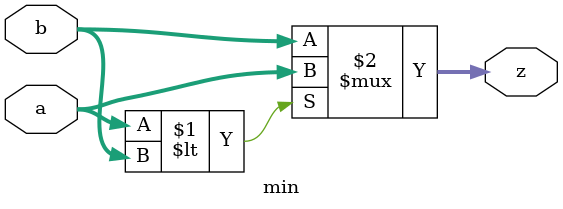
<source format=v>
module min #(parameter DW = 16
	         )
   (
    //Inputs
    input [DW-1:0]  a,
    input [DW-1:0]  b,
    //Outputs
    output [DW-1:0] z
    );

   assign z = (a < b) ? a : b;

endmodule

</source>
